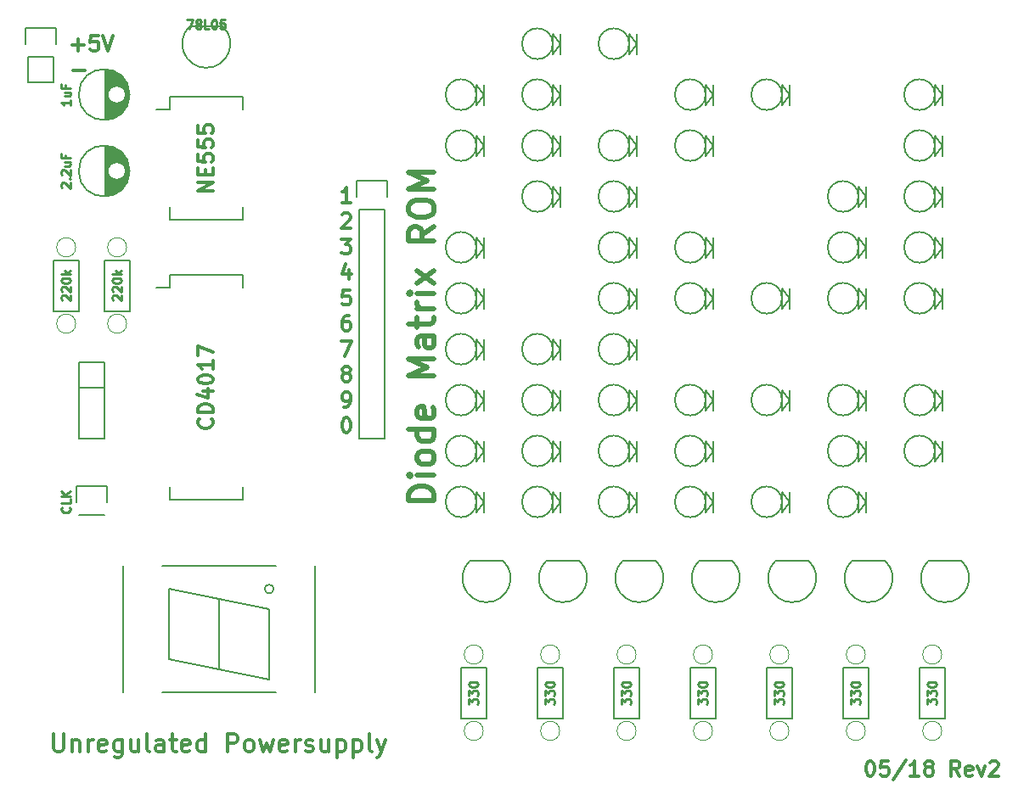
<source format=gbr>
G04 #@! TF.FileFunction,Legend,Top*
%FSLAX46Y46*%
G04 Gerber Fmt 4.6, Leading zero omitted, Abs format (unit mm)*
G04 Created by KiCad (PCBNEW 4.0.5+dfsg1-4) date Sun May 13 10:15:53 2018*
%MOMM*%
%LPD*%
G01*
G04 APERTURE LIST*
%ADD10C,0.100000*%
%ADD11C,0.222250*%
%ADD12C,0.300000*%
%ADD13C,0.508000*%
%ADD14C,0.150000*%
G04 APERTURE END LIST*
D10*
D11*
X73257833Y-103272167D02*
X73215500Y-103229833D01*
X73173167Y-103145167D01*
X73173167Y-102933500D01*
X73215500Y-102848833D01*
X73257833Y-102806500D01*
X73342500Y-102764167D01*
X73427167Y-102764167D01*
X73554167Y-102806500D01*
X74062167Y-103314500D01*
X74062167Y-102764167D01*
X73977500Y-102383166D02*
X74019833Y-102340833D01*
X74062167Y-102383166D01*
X74019833Y-102425500D01*
X73977500Y-102383166D01*
X74062167Y-102383166D01*
X73257833Y-102002167D02*
X73215500Y-101959833D01*
X73173167Y-101875167D01*
X73173167Y-101663500D01*
X73215500Y-101578833D01*
X73257833Y-101536500D01*
X73342500Y-101494167D01*
X73427167Y-101494167D01*
X73554167Y-101536500D01*
X74062167Y-102044500D01*
X74062167Y-101494167D01*
X73469500Y-100732166D02*
X74062167Y-100732166D01*
X73469500Y-101113166D02*
X73935167Y-101113166D01*
X74019833Y-101070833D01*
X74062167Y-100986166D01*
X74062167Y-100859166D01*
X74019833Y-100774500D01*
X73977500Y-100732166D01*
X73596500Y-100012500D02*
X73596500Y-100308833D01*
X74062167Y-100308833D02*
X73173167Y-100308833D01*
X73173167Y-99885500D01*
X74062167Y-94509167D02*
X74062167Y-95017167D01*
X74062167Y-94763167D02*
X73173167Y-94763167D01*
X73300167Y-94847833D01*
X73384833Y-94932500D01*
X73427167Y-95017167D01*
X73469500Y-93747166D02*
X74062167Y-93747166D01*
X73469500Y-94128166D02*
X73935167Y-94128166D01*
X74019833Y-94085833D01*
X74062167Y-94001166D01*
X74062167Y-93874166D01*
X74019833Y-93789500D01*
X73977500Y-93747166D01*
X73596500Y-93027500D02*
X73596500Y-93323833D01*
X74062167Y-93323833D02*
X73173167Y-93323833D01*
X73173167Y-92900500D01*
D12*
X153770001Y-160468571D02*
X153912858Y-160468571D01*
X154055715Y-160540000D01*
X154127144Y-160611429D01*
X154198573Y-160754286D01*
X154270001Y-161040000D01*
X154270001Y-161397143D01*
X154198573Y-161682857D01*
X154127144Y-161825714D01*
X154055715Y-161897143D01*
X153912858Y-161968571D01*
X153770001Y-161968571D01*
X153627144Y-161897143D01*
X153555715Y-161825714D01*
X153484287Y-161682857D01*
X153412858Y-161397143D01*
X153412858Y-161040000D01*
X153484287Y-160754286D01*
X153555715Y-160611429D01*
X153627144Y-160540000D01*
X153770001Y-160468571D01*
X155627144Y-160468571D02*
X154912858Y-160468571D01*
X154841429Y-161182857D01*
X154912858Y-161111429D01*
X155055715Y-161040000D01*
X155412858Y-161040000D01*
X155555715Y-161111429D01*
X155627144Y-161182857D01*
X155698572Y-161325714D01*
X155698572Y-161682857D01*
X155627144Y-161825714D01*
X155555715Y-161897143D01*
X155412858Y-161968571D01*
X155055715Y-161968571D01*
X154912858Y-161897143D01*
X154841429Y-161825714D01*
X157412857Y-160397143D02*
X156127143Y-162325714D01*
X158698572Y-161968571D02*
X157841429Y-161968571D01*
X158270001Y-161968571D02*
X158270001Y-160468571D01*
X158127144Y-160682857D01*
X157984286Y-160825714D01*
X157841429Y-160897143D01*
X159555715Y-161111429D02*
X159412857Y-161040000D01*
X159341429Y-160968571D01*
X159270000Y-160825714D01*
X159270000Y-160754286D01*
X159341429Y-160611429D01*
X159412857Y-160540000D01*
X159555715Y-160468571D01*
X159841429Y-160468571D01*
X159984286Y-160540000D01*
X160055715Y-160611429D01*
X160127143Y-160754286D01*
X160127143Y-160825714D01*
X160055715Y-160968571D01*
X159984286Y-161040000D01*
X159841429Y-161111429D01*
X159555715Y-161111429D01*
X159412857Y-161182857D01*
X159341429Y-161254286D01*
X159270000Y-161397143D01*
X159270000Y-161682857D01*
X159341429Y-161825714D01*
X159412857Y-161897143D01*
X159555715Y-161968571D01*
X159841429Y-161968571D01*
X159984286Y-161897143D01*
X160055715Y-161825714D01*
X160127143Y-161682857D01*
X160127143Y-161397143D01*
X160055715Y-161254286D01*
X159984286Y-161182857D01*
X159841429Y-161111429D01*
X162770000Y-161968571D02*
X162270000Y-161254286D01*
X161912857Y-161968571D02*
X161912857Y-160468571D01*
X162484285Y-160468571D01*
X162627143Y-160540000D01*
X162698571Y-160611429D01*
X162770000Y-160754286D01*
X162770000Y-160968571D01*
X162698571Y-161111429D01*
X162627143Y-161182857D01*
X162484285Y-161254286D01*
X161912857Y-161254286D01*
X163984285Y-161897143D02*
X163841428Y-161968571D01*
X163555714Y-161968571D01*
X163412857Y-161897143D01*
X163341428Y-161754286D01*
X163341428Y-161182857D01*
X163412857Y-161040000D01*
X163555714Y-160968571D01*
X163841428Y-160968571D01*
X163984285Y-161040000D01*
X164055714Y-161182857D01*
X164055714Y-161325714D01*
X163341428Y-161468571D01*
X164555714Y-160968571D02*
X164912857Y-161968571D01*
X165269999Y-160968571D01*
X165769999Y-160611429D02*
X165841428Y-160540000D01*
X165984285Y-160468571D01*
X166341428Y-160468571D01*
X166484285Y-160540000D01*
X166555714Y-160611429D01*
X166627142Y-160754286D01*
X166627142Y-160897143D01*
X166555714Y-161111429D01*
X165698571Y-161968571D01*
X166627142Y-161968571D01*
D13*
X110369048Y-134499047D02*
X107829048Y-134499047D01*
X107829048Y-133894285D01*
X107950000Y-133531428D01*
X108191905Y-133289523D01*
X108433810Y-133168571D01*
X108917619Y-133047619D01*
X109280476Y-133047619D01*
X109764286Y-133168571D01*
X110006190Y-133289523D01*
X110248095Y-133531428D01*
X110369048Y-133894285D01*
X110369048Y-134499047D01*
X110369048Y-131959047D02*
X108675714Y-131959047D01*
X107829048Y-131959047D02*
X107950000Y-132079999D01*
X108070952Y-131959047D01*
X107950000Y-131838095D01*
X107829048Y-131959047D01*
X108070952Y-131959047D01*
X110369048Y-130386666D02*
X110248095Y-130628571D01*
X110127143Y-130749523D01*
X109885238Y-130870475D01*
X109159524Y-130870475D01*
X108917619Y-130749523D01*
X108796667Y-130628571D01*
X108675714Y-130386666D01*
X108675714Y-130023809D01*
X108796667Y-129781904D01*
X108917619Y-129660952D01*
X109159524Y-129539999D01*
X109885238Y-129539999D01*
X110127143Y-129660952D01*
X110248095Y-129781904D01*
X110369048Y-130023809D01*
X110369048Y-130386666D01*
X110369048Y-127362857D02*
X107829048Y-127362857D01*
X110248095Y-127362857D02*
X110369048Y-127604761D01*
X110369048Y-128088571D01*
X110248095Y-128330476D01*
X110127143Y-128451428D01*
X109885238Y-128572380D01*
X109159524Y-128572380D01*
X108917619Y-128451428D01*
X108796667Y-128330476D01*
X108675714Y-128088571D01*
X108675714Y-127604761D01*
X108796667Y-127362857D01*
X110248095Y-125185714D02*
X110369048Y-125427619D01*
X110369048Y-125911428D01*
X110248095Y-126153333D01*
X110006190Y-126274285D01*
X109038571Y-126274285D01*
X108796667Y-126153333D01*
X108675714Y-125911428D01*
X108675714Y-125427619D01*
X108796667Y-125185714D01*
X109038571Y-125064762D01*
X109280476Y-125064762D01*
X109522381Y-126274285D01*
X110369048Y-122040952D02*
X107829048Y-122040952D01*
X109643333Y-121194285D01*
X107829048Y-120347619D01*
X110369048Y-120347619D01*
X110369048Y-118049524D02*
X109038571Y-118049524D01*
X108796667Y-118170476D01*
X108675714Y-118412381D01*
X108675714Y-118896190D01*
X108796667Y-119138095D01*
X110248095Y-118049524D02*
X110369048Y-118291428D01*
X110369048Y-118896190D01*
X110248095Y-119138095D01*
X110006190Y-119259047D01*
X109764286Y-119259047D01*
X109522381Y-119138095D01*
X109401429Y-118896190D01*
X109401429Y-118291428D01*
X109280476Y-118049524D01*
X108675714Y-117202857D02*
X108675714Y-116235238D01*
X107829048Y-116840000D02*
X110006190Y-116840000D01*
X110248095Y-116719048D01*
X110369048Y-116477143D01*
X110369048Y-116235238D01*
X110369048Y-115388571D02*
X108675714Y-115388571D01*
X109159524Y-115388571D02*
X108917619Y-115267619D01*
X108796667Y-115146666D01*
X108675714Y-114904762D01*
X108675714Y-114662857D01*
X110369048Y-113816190D02*
X108675714Y-113816190D01*
X107829048Y-113816190D02*
X107950000Y-113937142D01*
X108070952Y-113816190D01*
X107950000Y-113695238D01*
X107829048Y-113816190D01*
X108070952Y-113816190D01*
X110369048Y-112848571D02*
X108675714Y-111518095D01*
X108675714Y-112848571D02*
X110369048Y-111518095D01*
X110369048Y-107163810D02*
X109159524Y-108010476D01*
X110369048Y-108615238D02*
X107829048Y-108615238D01*
X107829048Y-107647619D01*
X107950000Y-107405714D01*
X108070952Y-107284762D01*
X108312857Y-107163810D01*
X108675714Y-107163810D01*
X108917619Y-107284762D01*
X109038571Y-107405714D01*
X109159524Y-107647619D01*
X109159524Y-108615238D01*
X107829048Y-105591429D02*
X107829048Y-105107619D01*
X107950000Y-104865714D01*
X108191905Y-104623810D01*
X108675714Y-104502857D01*
X109522381Y-104502857D01*
X110006190Y-104623810D01*
X110248095Y-104865714D01*
X110369048Y-105107619D01*
X110369048Y-105591429D01*
X110248095Y-105833333D01*
X110006190Y-106075238D01*
X109522381Y-106196190D01*
X108675714Y-106196190D01*
X108191905Y-106075238D01*
X107950000Y-105833333D01*
X107829048Y-105591429D01*
X110369048Y-103414286D02*
X107829048Y-103414286D01*
X109643333Y-102567619D01*
X107829048Y-101720953D01*
X110369048Y-101720953D01*
D12*
X72432331Y-157776333D02*
X72432331Y-159215667D01*
X72516998Y-159385000D01*
X72601665Y-159469667D01*
X72770998Y-159554333D01*
X73109665Y-159554333D01*
X73278998Y-159469667D01*
X73363665Y-159385000D01*
X73448331Y-159215667D01*
X73448331Y-157776333D01*
X74294998Y-158369000D02*
X74294998Y-159554333D01*
X74294998Y-158538333D02*
X74379665Y-158453667D01*
X74548998Y-158369000D01*
X74802998Y-158369000D01*
X74972332Y-158453667D01*
X75056998Y-158623000D01*
X75056998Y-159554333D01*
X75903665Y-159554333D02*
X75903665Y-158369000D01*
X75903665Y-158707667D02*
X75988332Y-158538333D01*
X76072999Y-158453667D01*
X76242332Y-158369000D01*
X76411665Y-158369000D01*
X77681666Y-159469667D02*
X77512332Y-159554333D01*
X77173666Y-159554333D01*
X77004332Y-159469667D01*
X76919666Y-159300333D01*
X76919666Y-158623000D01*
X77004332Y-158453667D01*
X77173666Y-158369000D01*
X77512332Y-158369000D01*
X77681666Y-158453667D01*
X77766332Y-158623000D01*
X77766332Y-158792333D01*
X76919666Y-158961667D01*
X79290332Y-158369000D02*
X79290332Y-159808333D01*
X79205666Y-159977667D01*
X79120999Y-160062333D01*
X78951666Y-160147000D01*
X78697666Y-160147000D01*
X78528332Y-160062333D01*
X79290332Y-159469667D02*
X79120999Y-159554333D01*
X78782332Y-159554333D01*
X78612999Y-159469667D01*
X78528332Y-159385000D01*
X78443666Y-159215667D01*
X78443666Y-158707667D01*
X78528332Y-158538333D01*
X78612999Y-158453667D01*
X78782332Y-158369000D01*
X79120999Y-158369000D01*
X79290332Y-158453667D01*
X80898999Y-158369000D02*
X80898999Y-159554333D01*
X80136999Y-158369000D02*
X80136999Y-159300333D01*
X80221666Y-159469667D01*
X80390999Y-159554333D01*
X80644999Y-159554333D01*
X80814333Y-159469667D01*
X80898999Y-159385000D01*
X81999666Y-159554333D02*
X81830333Y-159469667D01*
X81745666Y-159300333D01*
X81745666Y-157776333D01*
X83438999Y-159554333D02*
X83438999Y-158623000D01*
X83354333Y-158453667D01*
X83184999Y-158369000D01*
X82846333Y-158369000D01*
X82676999Y-158453667D01*
X83438999Y-159469667D02*
X83269666Y-159554333D01*
X82846333Y-159554333D01*
X82676999Y-159469667D01*
X82592333Y-159300333D01*
X82592333Y-159131000D01*
X82676999Y-158961667D01*
X82846333Y-158877000D01*
X83269666Y-158877000D01*
X83438999Y-158792333D01*
X84031666Y-158369000D02*
X84709000Y-158369000D01*
X84285666Y-157776333D02*
X84285666Y-159300333D01*
X84370333Y-159469667D01*
X84539666Y-159554333D01*
X84709000Y-159554333D01*
X85979000Y-159469667D02*
X85809666Y-159554333D01*
X85471000Y-159554333D01*
X85301666Y-159469667D01*
X85217000Y-159300333D01*
X85217000Y-158623000D01*
X85301666Y-158453667D01*
X85471000Y-158369000D01*
X85809666Y-158369000D01*
X85979000Y-158453667D01*
X86063666Y-158623000D01*
X86063666Y-158792333D01*
X85217000Y-158961667D01*
X87587666Y-159554333D02*
X87587666Y-157776333D01*
X87587666Y-159469667D02*
X87418333Y-159554333D01*
X87079666Y-159554333D01*
X86910333Y-159469667D01*
X86825666Y-159385000D01*
X86741000Y-159215667D01*
X86741000Y-158707667D01*
X86825666Y-158538333D01*
X86910333Y-158453667D01*
X87079666Y-158369000D01*
X87418333Y-158369000D01*
X87587666Y-158453667D01*
X89789000Y-159554333D02*
X89789000Y-157776333D01*
X90466334Y-157776333D01*
X90635667Y-157861000D01*
X90720334Y-157945667D01*
X90805000Y-158115000D01*
X90805000Y-158369000D01*
X90720334Y-158538333D01*
X90635667Y-158623000D01*
X90466334Y-158707667D01*
X89789000Y-158707667D01*
X91821000Y-159554333D02*
X91651667Y-159469667D01*
X91567000Y-159385000D01*
X91482334Y-159215667D01*
X91482334Y-158707667D01*
X91567000Y-158538333D01*
X91651667Y-158453667D01*
X91821000Y-158369000D01*
X92075000Y-158369000D01*
X92244334Y-158453667D01*
X92329000Y-158538333D01*
X92413667Y-158707667D01*
X92413667Y-159215667D01*
X92329000Y-159385000D01*
X92244334Y-159469667D01*
X92075000Y-159554333D01*
X91821000Y-159554333D01*
X93006334Y-158369000D02*
X93345001Y-159554333D01*
X93683667Y-158707667D01*
X94022334Y-159554333D01*
X94361001Y-158369000D01*
X95715668Y-159469667D02*
X95546334Y-159554333D01*
X95207668Y-159554333D01*
X95038334Y-159469667D01*
X94953668Y-159300333D01*
X94953668Y-158623000D01*
X95038334Y-158453667D01*
X95207668Y-158369000D01*
X95546334Y-158369000D01*
X95715668Y-158453667D01*
X95800334Y-158623000D01*
X95800334Y-158792333D01*
X94953668Y-158961667D01*
X96562334Y-159554333D02*
X96562334Y-158369000D01*
X96562334Y-158707667D02*
X96647001Y-158538333D01*
X96731668Y-158453667D01*
X96901001Y-158369000D01*
X97070334Y-158369000D01*
X97578335Y-159469667D02*
X97747668Y-159554333D01*
X98086335Y-159554333D01*
X98255668Y-159469667D01*
X98340335Y-159300333D01*
X98340335Y-159215667D01*
X98255668Y-159046333D01*
X98086335Y-158961667D01*
X97832335Y-158961667D01*
X97663001Y-158877000D01*
X97578335Y-158707667D01*
X97578335Y-158623000D01*
X97663001Y-158453667D01*
X97832335Y-158369000D01*
X98086335Y-158369000D01*
X98255668Y-158453667D01*
X99864334Y-158369000D02*
X99864334Y-159554333D01*
X99102334Y-158369000D02*
X99102334Y-159300333D01*
X99187001Y-159469667D01*
X99356334Y-159554333D01*
X99610334Y-159554333D01*
X99779668Y-159469667D01*
X99864334Y-159385000D01*
X100711001Y-158369000D02*
X100711001Y-160147000D01*
X100711001Y-158453667D02*
X100880335Y-158369000D01*
X101219001Y-158369000D01*
X101388335Y-158453667D01*
X101473001Y-158538333D01*
X101557668Y-158707667D01*
X101557668Y-159215667D01*
X101473001Y-159385000D01*
X101388335Y-159469667D01*
X101219001Y-159554333D01*
X100880335Y-159554333D01*
X100711001Y-159469667D01*
X102319668Y-158369000D02*
X102319668Y-160147000D01*
X102319668Y-158453667D02*
X102489002Y-158369000D01*
X102827668Y-158369000D01*
X102997002Y-158453667D01*
X103081668Y-158538333D01*
X103166335Y-158707667D01*
X103166335Y-159215667D01*
X103081668Y-159385000D01*
X102997002Y-159469667D01*
X102827668Y-159554333D01*
X102489002Y-159554333D01*
X102319668Y-159469667D01*
X104182335Y-159554333D02*
X104013002Y-159469667D01*
X103928335Y-159300333D01*
X103928335Y-157776333D01*
X104690335Y-158369000D02*
X105113668Y-159554333D01*
X105537002Y-158369000D02*
X105113668Y-159554333D01*
X104944335Y-159977667D01*
X104859668Y-160062333D01*
X104690335Y-160147000D01*
X102028572Y-104773571D02*
X101171429Y-104773571D01*
X101600001Y-104773571D02*
X101600001Y-103273571D01*
X101457144Y-103487857D01*
X101314286Y-103630714D01*
X101171429Y-103702143D01*
X101171429Y-105966429D02*
X101242858Y-105895000D01*
X101385715Y-105823571D01*
X101742858Y-105823571D01*
X101885715Y-105895000D01*
X101957144Y-105966429D01*
X102028572Y-106109286D01*
X102028572Y-106252143D01*
X101957144Y-106466429D01*
X101100001Y-107323571D01*
X102028572Y-107323571D01*
X101100001Y-108373571D02*
X102028572Y-108373571D01*
X101528572Y-108945000D01*
X101742858Y-108945000D01*
X101885715Y-109016429D01*
X101957144Y-109087857D01*
X102028572Y-109230714D01*
X102028572Y-109587857D01*
X101957144Y-109730714D01*
X101885715Y-109802143D01*
X101742858Y-109873571D01*
X101314286Y-109873571D01*
X101171429Y-109802143D01*
X101100001Y-109730714D01*
X101885715Y-111423571D02*
X101885715Y-112423571D01*
X101528572Y-110852143D02*
X101171429Y-111923571D01*
X102100001Y-111923571D01*
X101957144Y-113473571D02*
X101242858Y-113473571D01*
X101171429Y-114187857D01*
X101242858Y-114116429D01*
X101385715Y-114045000D01*
X101742858Y-114045000D01*
X101885715Y-114116429D01*
X101957144Y-114187857D01*
X102028572Y-114330714D01*
X102028572Y-114687857D01*
X101957144Y-114830714D01*
X101885715Y-114902143D01*
X101742858Y-114973571D01*
X101385715Y-114973571D01*
X101242858Y-114902143D01*
X101171429Y-114830714D01*
X101885715Y-116023571D02*
X101600001Y-116023571D01*
X101457144Y-116095000D01*
X101385715Y-116166429D01*
X101242858Y-116380714D01*
X101171429Y-116666429D01*
X101171429Y-117237857D01*
X101242858Y-117380714D01*
X101314286Y-117452143D01*
X101457144Y-117523571D01*
X101742858Y-117523571D01*
X101885715Y-117452143D01*
X101957144Y-117380714D01*
X102028572Y-117237857D01*
X102028572Y-116880714D01*
X101957144Y-116737857D01*
X101885715Y-116666429D01*
X101742858Y-116595000D01*
X101457144Y-116595000D01*
X101314286Y-116666429D01*
X101242858Y-116737857D01*
X101171429Y-116880714D01*
X101100001Y-118573571D02*
X102100001Y-118573571D01*
X101457144Y-120073571D01*
X101457144Y-121766429D02*
X101314286Y-121695000D01*
X101242858Y-121623571D01*
X101171429Y-121480714D01*
X101171429Y-121409286D01*
X101242858Y-121266429D01*
X101314286Y-121195000D01*
X101457144Y-121123571D01*
X101742858Y-121123571D01*
X101885715Y-121195000D01*
X101957144Y-121266429D01*
X102028572Y-121409286D01*
X102028572Y-121480714D01*
X101957144Y-121623571D01*
X101885715Y-121695000D01*
X101742858Y-121766429D01*
X101457144Y-121766429D01*
X101314286Y-121837857D01*
X101242858Y-121909286D01*
X101171429Y-122052143D01*
X101171429Y-122337857D01*
X101242858Y-122480714D01*
X101314286Y-122552143D01*
X101457144Y-122623571D01*
X101742858Y-122623571D01*
X101885715Y-122552143D01*
X101957144Y-122480714D01*
X102028572Y-122337857D01*
X102028572Y-122052143D01*
X101957144Y-121909286D01*
X101885715Y-121837857D01*
X101742858Y-121766429D01*
X101314286Y-125173571D02*
X101600001Y-125173571D01*
X101742858Y-125102143D01*
X101814286Y-125030714D01*
X101957144Y-124816429D01*
X102028572Y-124530714D01*
X102028572Y-123959286D01*
X101957144Y-123816429D01*
X101885715Y-123745000D01*
X101742858Y-123673571D01*
X101457144Y-123673571D01*
X101314286Y-123745000D01*
X101242858Y-123816429D01*
X101171429Y-123959286D01*
X101171429Y-124316429D01*
X101242858Y-124459286D01*
X101314286Y-124530714D01*
X101457144Y-124602143D01*
X101742858Y-124602143D01*
X101885715Y-124530714D01*
X101957144Y-124459286D01*
X102028572Y-124316429D01*
X101528572Y-126223571D02*
X101671429Y-126223571D01*
X101814286Y-126295000D01*
X101885715Y-126366429D01*
X101957144Y-126509286D01*
X102028572Y-126795000D01*
X102028572Y-127152143D01*
X101957144Y-127437857D01*
X101885715Y-127580714D01*
X101814286Y-127652143D01*
X101671429Y-127723571D01*
X101528572Y-127723571D01*
X101385715Y-127652143D01*
X101314286Y-127580714D01*
X101242858Y-127437857D01*
X101171429Y-127152143D01*
X101171429Y-126795000D01*
X101242858Y-126509286D01*
X101314286Y-126366429D01*
X101385715Y-126295000D01*
X101528572Y-126223571D01*
D11*
X159533167Y-154813000D02*
X159533167Y-154262667D01*
X159871833Y-154559000D01*
X159871833Y-154432000D01*
X159914167Y-154347333D01*
X159956500Y-154305000D01*
X160041167Y-154262667D01*
X160252833Y-154262667D01*
X160337500Y-154305000D01*
X160379833Y-154347333D01*
X160422167Y-154432000D01*
X160422167Y-154686000D01*
X160379833Y-154770667D01*
X160337500Y-154813000D01*
X159533167Y-153966333D02*
X159533167Y-153416000D01*
X159871833Y-153712333D01*
X159871833Y-153585333D01*
X159914167Y-153500666D01*
X159956500Y-153458333D01*
X160041167Y-153416000D01*
X160252833Y-153416000D01*
X160337500Y-153458333D01*
X160379833Y-153500666D01*
X160422167Y-153585333D01*
X160422167Y-153839333D01*
X160379833Y-153924000D01*
X160337500Y-153966333D01*
X159533167Y-152865666D02*
X159533167Y-152780999D01*
X159575500Y-152696333D01*
X159617833Y-152653999D01*
X159702500Y-152611666D01*
X159871833Y-152569333D01*
X160083500Y-152569333D01*
X160252833Y-152611666D01*
X160337500Y-152653999D01*
X160379833Y-152696333D01*
X160422167Y-152780999D01*
X160422167Y-152865666D01*
X160379833Y-152950333D01*
X160337500Y-152992666D01*
X160252833Y-153034999D01*
X160083500Y-153077333D01*
X159871833Y-153077333D01*
X159702500Y-153034999D01*
X159617833Y-152992666D01*
X159575500Y-152950333D01*
X159533167Y-152865666D01*
X151913167Y-154813000D02*
X151913167Y-154262667D01*
X152251833Y-154559000D01*
X152251833Y-154432000D01*
X152294167Y-154347333D01*
X152336500Y-154305000D01*
X152421167Y-154262667D01*
X152632833Y-154262667D01*
X152717500Y-154305000D01*
X152759833Y-154347333D01*
X152802167Y-154432000D01*
X152802167Y-154686000D01*
X152759833Y-154770667D01*
X152717500Y-154813000D01*
X151913167Y-153966333D02*
X151913167Y-153416000D01*
X152251833Y-153712333D01*
X152251833Y-153585333D01*
X152294167Y-153500666D01*
X152336500Y-153458333D01*
X152421167Y-153416000D01*
X152632833Y-153416000D01*
X152717500Y-153458333D01*
X152759833Y-153500666D01*
X152802167Y-153585333D01*
X152802167Y-153839333D01*
X152759833Y-153924000D01*
X152717500Y-153966333D01*
X151913167Y-152865666D02*
X151913167Y-152780999D01*
X151955500Y-152696333D01*
X151997833Y-152653999D01*
X152082500Y-152611666D01*
X152251833Y-152569333D01*
X152463500Y-152569333D01*
X152632833Y-152611666D01*
X152717500Y-152653999D01*
X152759833Y-152696333D01*
X152802167Y-152780999D01*
X152802167Y-152865666D01*
X152759833Y-152950333D01*
X152717500Y-152992666D01*
X152632833Y-153034999D01*
X152463500Y-153077333D01*
X152251833Y-153077333D01*
X152082500Y-153034999D01*
X151997833Y-152992666D01*
X151955500Y-152950333D01*
X151913167Y-152865666D01*
X144293167Y-154813000D02*
X144293167Y-154262667D01*
X144631833Y-154559000D01*
X144631833Y-154432000D01*
X144674167Y-154347333D01*
X144716500Y-154305000D01*
X144801167Y-154262667D01*
X145012833Y-154262667D01*
X145097500Y-154305000D01*
X145139833Y-154347333D01*
X145182167Y-154432000D01*
X145182167Y-154686000D01*
X145139833Y-154770667D01*
X145097500Y-154813000D01*
X144293167Y-153966333D02*
X144293167Y-153416000D01*
X144631833Y-153712333D01*
X144631833Y-153585333D01*
X144674167Y-153500666D01*
X144716500Y-153458333D01*
X144801167Y-153416000D01*
X145012833Y-153416000D01*
X145097500Y-153458333D01*
X145139833Y-153500666D01*
X145182167Y-153585333D01*
X145182167Y-153839333D01*
X145139833Y-153924000D01*
X145097500Y-153966333D01*
X144293167Y-152865666D02*
X144293167Y-152780999D01*
X144335500Y-152696333D01*
X144377833Y-152653999D01*
X144462500Y-152611666D01*
X144631833Y-152569333D01*
X144843500Y-152569333D01*
X145012833Y-152611666D01*
X145097500Y-152653999D01*
X145139833Y-152696333D01*
X145182167Y-152780999D01*
X145182167Y-152865666D01*
X145139833Y-152950333D01*
X145097500Y-152992666D01*
X145012833Y-153034999D01*
X144843500Y-153077333D01*
X144631833Y-153077333D01*
X144462500Y-153034999D01*
X144377833Y-152992666D01*
X144335500Y-152950333D01*
X144293167Y-152865666D01*
X136673167Y-154813000D02*
X136673167Y-154262667D01*
X137011833Y-154559000D01*
X137011833Y-154432000D01*
X137054167Y-154347333D01*
X137096500Y-154305000D01*
X137181167Y-154262667D01*
X137392833Y-154262667D01*
X137477500Y-154305000D01*
X137519833Y-154347333D01*
X137562167Y-154432000D01*
X137562167Y-154686000D01*
X137519833Y-154770667D01*
X137477500Y-154813000D01*
X136673167Y-153966333D02*
X136673167Y-153416000D01*
X137011833Y-153712333D01*
X137011833Y-153585333D01*
X137054167Y-153500666D01*
X137096500Y-153458333D01*
X137181167Y-153416000D01*
X137392833Y-153416000D01*
X137477500Y-153458333D01*
X137519833Y-153500666D01*
X137562167Y-153585333D01*
X137562167Y-153839333D01*
X137519833Y-153924000D01*
X137477500Y-153966333D01*
X136673167Y-152865666D02*
X136673167Y-152780999D01*
X136715500Y-152696333D01*
X136757833Y-152653999D01*
X136842500Y-152611666D01*
X137011833Y-152569333D01*
X137223500Y-152569333D01*
X137392833Y-152611666D01*
X137477500Y-152653999D01*
X137519833Y-152696333D01*
X137562167Y-152780999D01*
X137562167Y-152865666D01*
X137519833Y-152950333D01*
X137477500Y-152992666D01*
X137392833Y-153034999D01*
X137223500Y-153077333D01*
X137011833Y-153077333D01*
X136842500Y-153034999D01*
X136757833Y-152992666D01*
X136715500Y-152950333D01*
X136673167Y-152865666D01*
X129053167Y-154813000D02*
X129053167Y-154262667D01*
X129391833Y-154559000D01*
X129391833Y-154432000D01*
X129434167Y-154347333D01*
X129476500Y-154305000D01*
X129561167Y-154262667D01*
X129772833Y-154262667D01*
X129857500Y-154305000D01*
X129899833Y-154347333D01*
X129942167Y-154432000D01*
X129942167Y-154686000D01*
X129899833Y-154770667D01*
X129857500Y-154813000D01*
X129053167Y-153966333D02*
X129053167Y-153416000D01*
X129391833Y-153712333D01*
X129391833Y-153585333D01*
X129434167Y-153500666D01*
X129476500Y-153458333D01*
X129561167Y-153416000D01*
X129772833Y-153416000D01*
X129857500Y-153458333D01*
X129899833Y-153500666D01*
X129942167Y-153585333D01*
X129942167Y-153839333D01*
X129899833Y-153924000D01*
X129857500Y-153966333D01*
X129053167Y-152865666D02*
X129053167Y-152780999D01*
X129095500Y-152696333D01*
X129137833Y-152653999D01*
X129222500Y-152611666D01*
X129391833Y-152569333D01*
X129603500Y-152569333D01*
X129772833Y-152611666D01*
X129857500Y-152653999D01*
X129899833Y-152696333D01*
X129942167Y-152780999D01*
X129942167Y-152865666D01*
X129899833Y-152950333D01*
X129857500Y-152992666D01*
X129772833Y-153034999D01*
X129603500Y-153077333D01*
X129391833Y-153077333D01*
X129222500Y-153034999D01*
X129137833Y-152992666D01*
X129095500Y-152950333D01*
X129053167Y-152865666D01*
X73257833Y-114490501D02*
X73215500Y-114448167D01*
X73173167Y-114363501D01*
X73173167Y-114151834D01*
X73215500Y-114067167D01*
X73257833Y-114024834D01*
X73342500Y-113982501D01*
X73427167Y-113982501D01*
X73554167Y-114024834D01*
X74062167Y-114532834D01*
X74062167Y-113982501D01*
X73257833Y-113643834D02*
X73215500Y-113601500D01*
X73173167Y-113516834D01*
X73173167Y-113305167D01*
X73215500Y-113220500D01*
X73257833Y-113178167D01*
X73342500Y-113135834D01*
X73427167Y-113135834D01*
X73554167Y-113178167D01*
X74062167Y-113686167D01*
X74062167Y-113135834D01*
X73173167Y-112585500D02*
X73173167Y-112500833D01*
X73215500Y-112416167D01*
X73257833Y-112373833D01*
X73342500Y-112331500D01*
X73511833Y-112289167D01*
X73723500Y-112289167D01*
X73892833Y-112331500D01*
X73977500Y-112373833D01*
X74019833Y-112416167D01*
X74062167Y-112500833D01*
X74062167Y-112585500D01*
X74019833Y-112670167D01*
X73977500Y-112712500D01*
X73892833Y-112754833D01*
X73723500Y-112797167D01*
X73511833Y-112797167D01*
X73342500Y-112754833D01*
X73257833Y-112712500D01*
X73215500Y-112670167D01*
X73173167Y-112585500D01*
X74062167Y-111908166D02*
X73173167Y-111908166D01*
X73723500Y-111823500D02*
X74062167Y-111569500D01*
X73469500Y-111569500D02*
X73808167Y-111908166D01*
X78337833Y-114490501D02*
X78295500Y-114448167D01*
X78253167Y-114363501D01*
X78253167Y-114151834D01*
X78295500Y-114067167D01*
X78337833Y-114024834D01*
X78422500Y-113982501D01*
X78507167Y-113982501D01*
X78634167Y-114024834D01*
X79142167Y-114532834D01*
X79142167Y-113982501D01*
X78337833Y-113643834D02*
X78295500Y-113601500D01*
X78253167Y-113516834D01*
X78253167Y-113305167D01*
X78295500Y-113220500D01*
X78337833Y-113178167D01*
X78422500Y-113135834D01*
X78507167Y-113135834D01*
X78634167Y-113178167D01*
X79142167Y-113686167D01*
X79142167Y-113135834D01*
X78253167Y-112585500D02*
X78253167Y-112500833D01*
X78295500Y-112416167D01*
X78337833Y-112373833D01*
X78422500Y-112331500D01*
X78591833Y-112289167D01*
X78803500Y-112289167D01*
X78972833Y-112331500D01*
X79057500Y-112373833D01*
X79099833Y-112416167D01*
X79142167Y-112500833D01*
X79142167Y-112585500D01*
X79099833Y-112670167D01*
X79057500Y-112712500D01*
X78972833Y-112754833D01*
X78803500Y-112797167D01*
X78591833Y-112797167D01*
X78422500Y-112754833D01*
X78337833Y-112712500D01*
X78295500Y-112670167D01*
X78253167Y-112585500D01*
X79142167Y-111908166D02*
X78253167Y-111908166D01*
X78803500Y-111823500D02*
X79142167Y-111569500D01*
X78549500Y-111569500D02*
X78888167Y-111908166D01*
X121433167Y-154813000D02*
X121433167Y-154262667D01*
X121771833Y-154559000D01*
X121771833Y-154432000D01*
X121814167Y-154347333D01*
X121856500Y-154305000D01*
X121941167Y-154262667D01*
X122152833Y-154262667D01*
X122237500Y-154305000D01*
X122279833Y-154347333D01*
X122322167Y-154432000D01*
X122322167Y-154686000D01*
X122279833Y-154770667D01*
X122237500Y-154813000D01*
X121433167Y-153966333D02*
X121433167Y-153416000D01*
X121771833Y-153712333D01*
X121771833Y-153585333D01*
X121814167Y-153500666D01*
X121856500Y-153458333D01*
X121941167Y-153416000D01*
X122152833Y-153416000D01*
X122237500Y-153458333D01*
X122279833Y-153500666D01*
X122322167Y-153585333D01*
X122322167Y-153839333D01*
X122279833Y-153924000D01*
X122237500Y-153966333D01*
X121433167Y-152865666D02*
X121433167Y-152780999D01*
X121475500Y-152696333D01*
X121517833Y-152653999D01*
X121602500Y-152611666D01*
X121771833Y-152569333D01*
X121983500Y-152569333D01*
X122152833Y-152611666D01*
X122237500Y-152653999D01*
X122279833Y-152696333D01*
X122322167Y-152780999D01*
X122322167Y-152865666D01*
X122279833Y-152950333D01*
X122237500Y-152992666D01*
X122152833Y-153034999D01*
X121983500Y-153077333D01*
X121771833Y-153077333D01*
X121602500Y-153034999D01*
X121517833Y-152992666D01*
X121475500Y-152950333D01*
X121433167Y-152865666D01*
X113813167Y-154813000D02*
X113813167Y-154262667D01*
X114151833Y-154559000D01*
X114151833Y-154432000D01*
X114194167Y-154347333D01*
X114236500Y-154305000D01*
X114321167Y-154262667D01*
X114532833Y-154262667D01*
X114617500Y-154305000D01*
X114659833Y-154347333D01*
X114702167Y-154432000D01*
X114702167Y-154686000D01*
X114659833Y-154770667D01*
X114617500Y-154813000D01*
X113813167Y-153966333D02*
X113813167Y-153416000D01*
X114151833Y-153712333D01*
X114151833Y-153585333D01*
X114194167Y-153500666D01*
X114236500Y-153458333D01*
X114321167Y-153416000D01*
X114532833Y-153416000D01*
X114617500Y-153458333D01*
X114659833Y-153500666D01*
X114702167Y-153585333D01*
X114702167Y-153839333D01*
X114659833Y-153924000D01*
X114617500Y-153966333D01*
X113813167Y-152865666D02*
X113813167Y-152780999D01*
X113855500Y-152696333D01*
X113897833Y-152653999D01*
X113982500Y-152611666D01*
X114151833Y-152569333D01*
X114363500Y-152569333D01*
X114532833Y-152611666D01*
X114617500Y-152653999D01*
X114659833Y-152696333D01*
X114702167Y-152780999D01*
X114702167Y-152865666D01*
X114659833Y-152950333D01*
X114617500Y-152992666D01*
X114532833Y-153034999D01*
X114363500Y-153077333D01*
X114151833Y-153077333D01*
X113982500Y-153034999D01*
X113897833Y-152992666D01*
X113855500Y-152950333D01*
X113813167Y-152865666D01*
X73977500Y-135149166D02*
X74019833Y-135191500D01*
X74062167Y-135318500D01*
X74062167Y-135403166D01*
X74019833Y-135530166D01*
X73935167Y-135614833D01*
X73850500Y-135657166D01*
X73681167Y-135699500D01*
X73554167Y-135699500D01*
X73384833Y-135657166D01*
X73300167Y-135614833D01*
X73215500Y-135530166D01*
X73173167Y-135403166D01*
X73173167Y-135318500D01*
X73215500Y-135191500D01*
X73257833Y-135149166D01*
X74062167Y-134344833D02*
X74062167Y-134768166D01*
X73173167Y-134768166D01*
X74062167Y-134048499D02*
X73173167Y-134048499D01*
X74062167Y-133540499D02*
X73554167Y-133921499D01*
X73173167Y-133540499D02*
X73681167Y-134048499D01*
D12*
X88165714Y-126332856D02*
X88237143Y-126404285D01*
X88308571Y-126618571D01*
X88308571Y-126761428D01*
X88237143Y-126975713D01*
X88094286Y-127118571D01*
X87951429Y-127189999D01*
X87665714Y-127261428D01*
X87451429Y-127261428D01*
X87165714Y-127189999D01*
X87022857Y-127118571D01*
X86880000Y-126975713D01*
X86808571Y-126761428D01*
X86808571Y-126618571D01*
X86880000Y-126404285D01*
X86951429Y-126332856D01*
X88308571Y-125689999D02*
X86808571Y-125689999D01*
X86808571Y-125332856D01*
X86880000Y-125118571D01*
X87022857Y-124975713D01*
X87165714Y-124904285D01*
X87451429Y-124832856D01*
X87665714Y-124832856D01*
X87951429Y-124904285D01*
X88094286Y-124975713D01*
X88237143Y-125118571D01*
X88308571Y-125332856D01*
X88308571Y-125689999D01*
X87308571Y-123547142D02*
X88308571Y-123547142D01*
X86737143Y-123904285D02*
X87808571Y-124261428D01*
X87808571Y-123332856D01*
X86808571Y-122475714D02*
X86808571Y-122332857D01*
X86880000Y-122190000D01*
X86951429Y-122118571D01*
X87094286Y-122047142D01*
X87380000Y-121975714D01*
X87737143Y-121975714D01*
X88022857Y-122047142D01*
X88165714Y-122118571D01*
X88237143Y-122190000D01*
X88308571Y-122332857D01*
X88308571Y-122475714D01*
X88237143Y-122618571D01*
X88165714Y-122690000D01*
X88022857Y-122761428D01*
X87737143Y-122832857D01*
X87380000Y-122832857D01*
X87094286Y-122761428D01*
X86951429Y-122690000D01*
X86880000Y-122618571D01*
X86808571Y-122475714D01*
X88308571Y-120547143D02*
X88308571Y-121404286D01*
X88308571Y-120975714D02*
X86808571Y-120975714D01*
X87022857Y-121118571D01*
X87165714Y-121261429D01*
X87237143Y-121404286D01*
X86808571Y-120047143D02*
X86808571Y-119047143D01*
X88308571Y-119690000D01*
X88308571Y-103579999D02*
X86808571Y-103579999D01*
X88308571Y-102722856D01*
X86808571Y-102722856D01*
X87522857Y-102008570D02*
X87522857Y-101508570D01*
X88308571Y-101294284D02*
X88308571Y-102008570D01*
X86808571Y-102008570D01*
X86808571Y-101294284D01*
X86808571Y-99937141D02*
X86808571Y-100651427D01*
X87522857Y-100722856D01*
X87451429Y-100651427D01*
X87380000Y-100508570D01*
X87380000Y-100151427D01*
X87451429Y-100008570D01*
X87522857Y-99937141D01*
X87665714Y-99865713D01*
X88022857Y-99865713D01*
X88165714Y-99937141D01*
X88237143Y-100008570D01*
X88308571Y-100151427D01*
X88308571Y-100508570D01*
X88237143Y-100651427D01*
X88165714Y-100722856D01*
X86808571Y-98508570D02*
X86808571Y-99222856D01*
X87522857Y-99294285D01*
X87451429Y-99222856D01*
X87380000Y-99079999D01*
X87380000Y-98722856D01*
X87451429Y-98579999D01*
X87522857Y-98508570D01*
X87665714Y-98437142D01*
X88022857Y-98437142D01*
X88165714Y-98508570D01*
X88237143Y-98579999D01*
X88308571Y-98722856D01*
X88308571Y-99079999D01*
X88237143Y-99222856D01*
X88165714Y-99294285D01*
X86808571Y-97079999D02*
X86808571Y-97794285D01*
X87522857Y-97865714D01*
X87451429Y-97794285D01*
X87380000Y-97651428D01*
X87380000Y-97294285D01*
X87451429Y-97151428D01*
X87522857Y-97079999D01*
X87665714Y-97008571D01*
X88022857Y-97008571D01*
X88165714Y-97079999D01*
X88237143Y-97151428D01*
X88308571Y-97294285D01*
X88308571Y-97651428D01*
X88237143Y-97794285D01*
X88165714Y-97865714D01*
D11*
X85703833Y-86508167D02*
X86296500Y-86508167D01*
X85915500Y-87397167D01*
X86762167Y-86889167D02*
X86677500Y-86846833D01*
X86635167Y-86804500D01*
X86592833Y-86719833D01*
X86592833Y-86677500D01*
X86635167Y-86592833D01*
X86677500Y-86550500D01*
X86762167Y-86508167D01*
X86931500Y-86508167D01*
X87016167Y-86550500D01*
X87058500Y-86592833D01*
X87100833Y-86677500D01*
X87100833Y-86719833D01*
X87058500Y-86804500D01*
X87016167Y-86846833D01*
X86931500Y-86889167D01*
X86762167Y-86889167D01*
X86677500Y-86931500D01*
X86635167Y-86973833D01*
X86592833Y-87058500D01*
X86592833Y-87227833D01*
X86635167Y-87312500D01*
X86677500Y-87354833D01*
X86762167Y-87397167D01*
X86931500Y-87397167D01*
X87016167Y-87354833D01*
X87058500Y-87312500D01*
X87100833Y-87227833D01*
X87100833Y-87058500D01*
X87058500Y-86973833D01*
X87016167Y-86931500D01*
X86931500Y-86889167D01*
X87905167Y-87397167D02*
X87481834Y-87397167D01*
X87481834Y-86508167D01*
X88370834Y-86508167D02*
X88455501Y-86508167D01*
X88540167Y-86550500D01*
X88582501Y-86592833D01*
X88624834Y-86677500D01*
X88667167Y-86846833D01*
X88667167Y-87058500D01*
X88624834Y-87227833D01*
X88582501Y-87312500D01*
X88540167Y-87354833D01*
X88455501Y-87397167D01*
X88370834Y-87397167D01*
X88286167Y-87354833D01*
X88243834Y-87312500D01*
X88201501Y-87227833D01*
X88159167Y-87058500D01*
X88159167Y-86846833D01*
X88201501Y-86677500D01*
X88243834Y-86592833D01*
X88286167Y-86550500D01*
X88370834Y-86508167D01*
X89471501Y-86508167D02*
X89048168Y-86508167D01*
X89005834Y-86931500D01*
X89048168Y-86889167D01*
X89132834Y-86846833D01*
X89344501Y-86846833D01*
X89429168Y-86889167D01*
X89471501Y-86931500D01*
X89513834Y-87016167D01*
X89513834Y-87227833D01*
X89471501Y-87312500D01*
X89429168Y-87354833D01*
X89344501Y-87397167D01*
X89132834Y-87397167D01*
X89048168Y-87354833D01*
X89005834Y-87312500D01*
D12*
X74358572Y-91547143D02*
X75501429Y-91547143D01*
X74271429Y-89007143D02*
X75414286Y-89007143D01*
X74842857Y-89578571D02*
X74842857Y-88435714D01*
X76842858Y-88078571D02*
X76128572Y-88078571D01*
X76057143Y-88792857D01*
X76128572Y-88721429D01*
X76271429Y-88650000D01*
X76628572Y-88650000D01*
X76771429Y-88721429D01*
X76842858Y-88792857D01*
X76914286Y-88935714D01*
X76914286Y-89292857D01*
X76842858Y-89435714D01*
X76771429Y-89507143D01*
X76628572Y-89578571D01*
X76271429Y-89578571D01*
X76128572Y-89507143D01*
X76057143Y-89435714D01*
X77342857Y-88078571D02*
X77842857Y-89578571D01*
X78342857Y-88078571D01*
D14*
X77525000Y-99101000D02*
X77525000Y-104099000D01*
X77665000Y-99109000D02*
X77665000Y-104091000D01*
X77805000Y-99125000D02*
X77805000Y-101505000D01*
X77805000Y-101695000D02*
X77805000Y-104075000D01*
X77945000Y-99149000D02*
X77945000Y-101110000D01*
X77945000Y-102090000D02*
X77945000Y-104051000D01*
X78085000Y-99182000D02*
X78085000Y-100943000D01*
X78085000Y-102257000D02*
X78085000Y-104018000D01*
X78225000Y-99223000D02*
X78225000Y-100836000D01*
X78225000Y-102364000D02*
X78225000Y-103977000D01*
X78365000Y-99273000D02*
X78365000Y-100765000D01*
X78365000Y-102435000D02*
X78365000Y-103927000D01*
X78505000Y-99334000D02*
X78505000Y-100721000D01*
X78505000Y-102479000D02*
X78505000Y-103866000D01*
X78645000Y-99404000D02*
X78645000Y-100702000D01*
X78645000Y-102498000D02*
X78645000Y-103796000D01*
X78785000Y-99486000D02*
X78785000Y-100704000D01*
X78785000Y-102496000D02*
X78785000Y-103714000D01*
X78925000Y-99581000D02*
X78925000Y-100729000D01*
X78925000Y-102471000D02*
X78925000Y-103619000D01*
X79065000Y-99692000D02*
X79065000Y-100777000D01*
X79065000Y-102423000D02*
X79065000Y-103508000D01*
X79205000Y-99820000D02*
X79205000Y-100855000D01*
X79205000Y-102345000D02*
X79205000Y-103380000D01*
X79345000Y-99969000D02*
X79345000Y-100972000D01*
X79345000Y-102228000D02*
X79345000Y-103231000D01*
X79485000Y-100148000D02*
X79485000Y-101160000D01*
X79485000Y-102040000D02*
X79485000Y-103052000D01*
X79625000Y-100367000D02*
X79625000Y-102833000D01*
X79765000Y-100656000D02*
X79765000Y-102544000D01*
X79905000Y-101128000D02*
X79905000Y-102072000D01*
X79600000Y-101600000D02*
G75*
G03X79600000Y-101600000I-900000J0D01*
G01*
X79987500Y-101600000D02*
G75*
G03X79987500Y-101600000I-2537500J0D01*
G01*
X77525000Y-91481000D02*
X77525000Y-96479000D01*
X77665000Y-91489000D02*
X77665000Y-96471000D01*
X77805000Y-91505000D02*
X77805000Y-93885000D01*
X77805000Y-94075000D02*
X77805000Y-96455000D01*
X77945000Y-91529000D02*
X77945000Y-93490000D01*
X77945000Y-94470000D02*
X77945000Y-96431000D01*
X78085000Y-91562000D02*
X78085000Y-93323000D01*
X78085000Y-94637000D02*
X78085000Y-96398000D01*
X78225000Y-91603000D02*
X78225000Y-93216000D01*
X78225000Y-94744000D02*
X78225000Y-96357000D01*
X78365000Y-91653000D02*
X78365000Y-93145000D01*
X78365000Y-94815000D02*
X78365000Y-96307000D01*
X78505000Y-91714000D02*
X78505000Y-93101000D01*
X78505000Y-94859000D02*
X78505000Y-96246000D01*
X78645000Y-91784000D02*
X78645000Y-93082000D01*
X78645000Y-94878000D02*
X78645000Y-96176000D01*
X78785000Y-91866000D02*
X78785000Y-93084000D01*
X78785000Y-94876000D02*
X78785000Y-96094000D01*
X78925000Y-91961000D02*
X78925000Y-93109000D01*
X78925000Y-94851000D02*
X78925000Y-95999000D01*
X79065000Y-92072000D02*
X79065000Y-93157000D01*
X79065000Y-94803000D02*
X79065000Y-95888000D01*
X79205000Y-92200000D02*
X79205000Y-93235000D01*
X79205000Y-94725000D02*
X79205000Y-95760000D01*
X79345000Y-92349000D02*
X79345000Y-93352000D01*
X79345000Y-94608000D02*
X79345000Y-95611000D01*
X79485000Y-92528000D02*
X79485000Y-93540000D01*
X79485000Y-94420000D02*
X79485000Y-95432000D01*
X79625000Y-92747000D02*
X79625000Y-95213000D01*
X79765000Y-93036000D02*
X79765000Y-94924000D01*
X79905000Y-93508000D02*
X79905000Y-94452000D01*
X79600000Y-93980000D02*
G75*
G03X79600000Y-93980000I-900000J0D01*
G01*
X79987500Y-93980000D02*
G75*
G03X79987500Y-93980000I-2537500J0D01*
G01*
X114564547Y-93980000D02*
G75*
G03X114564547Y-93980000I-1534547J0D01*
G01*
X114554000Y-94996000D02*
X114554000Y-92964000D01*
X115316000Y-93980000D02*
X114554000Y-92964000D01*
X114554000Y-94996000D02*
X115316000Y-93980000D01*
X115316000Y-94996000D02*
X115316000Y-92964000D01*
X114564547Y-99060000D02*
G75*
G03X114564547Y-99060000I-1534547J0D01*
G01*
X114554000Y-100076000D02*
X114554000Y-98044000D01*
X115316000Y-99060000D02*
X114554000Y-98044000D01*
X114554000Y-100076000D02*
X115316000Y-99060000D01*
X115316000Y-100076000D02*
X115316000Y-98044000D01*
X114564547Y-109220000D02*
G75*
G03X114564547Y-109220000I-1534547J0D01*
G01*
X114554000Y-110236000D02*
X114554000Y-108204000D01*
X115316000Y-109220000D02*
X114554000Y-108204000D01*
X114554000Y-110236000D02*
X115316000Y-109220000D01*
X115316000Y-110236000D02*
X115316000Y-108204000D01*
X114564547Y-114300000D02*
G75*
G03X114564547Y-114300000I-1534547J0D01*
G01*
X114554000Y-115316000D02*
X114554000Y-113284000D01*
X115316000Y-114300000D02*
X114554000Y-113284000D01*
X114554000Y-115316000D02*
X115316000Y-114300000D01*
X115316000Y-115316000D02*
X115316000Y-113284000D01*
X114564547Y-119380000D02*
G75*
G03X114564547Y-119380000I-1534547J0D01*
G01*
X114554000Y-120396000D02*
X114554000Y-118364000D01*
X115316000Y-119380000D02*
X114554000Y-118364000D01*
X114554000Y-120396000D02*
X115316000Y-119380000D01*
X115316000Y-120396000D02*
X115316000Y-118364000D01*
X114564547Y-124460000D02*
G75*
G03X114564547Y-124460000I-1534547J0D01*
G01*
X114554000Y-125476000D02*
X114554000Y-123444000D01*
X115316000Y-124460000D02*
X114554000Y-123444000D01*
X114554000Y-125476000D02*
X115316000Y-124460000D01*
X115316000Y-125476000D02*
X115316000Y-123444000D01*
X114564547Y-129540000D02*
G75*
G03X114564547Y-129540000I-1534547J0D01*
G01*
X114554000Y-130556000D02*
X114554000Y-128524000D01*
X115316000Y-129540000D02*
X114554000Y-128524000D01*
X114554000Y-130556000D02*
X115316000Y-129540000D01*
X115316000Y-130556000D02*
X115316000Y-128524000D01*
X114564547Y-134620000D02*
G75*
G03X114564547Y-134620000I-1534547J0D01*
G01*
X114554000Y-135636000D02*
X114554000Y-133604000D01*
X115316000Y-134620000D02*
X114554000Y-133604000D01*
X114554000Y-135636000D02*
X115316000Y-134620000D01*
X115316000Y-135636000D02*
X115316000Y-133604000D01*
X122184547Y-88900000D02*
G75*
G03X122184547Y-88900000I-1534547J0D01*
G01*
X122174000Y-89916000D02*
X122174000Y-87884000D01*
X122936000Y-88900000D02*
X122174000Y-87884000D01*
X122174000Y-89916000D02*
X122936000Y-88900000D01*
X122936000Y-89916000D02*
X122936000Y-87884000D01*
X122184547Y-93980000D02*
G75*
G03X122184547Y-93980000I-1534547J0D01*
G01*
X122174000Y-94996000D02*
X122174000Y-92964000D01*
X122936000Y-93980000D02*
X122174000Y-92964000D01*
X122174000Y-94996000D02*
X122936000Y-93980000D01*
X122936000Y-94996000D02*
X122936000Y-92964000D01*
X122184547Y-99060000D02*
G75*
G03X122184547Y-99060000I-1534547J0D01*
G01*
X122174000Y-100076000D02*
X122174000Y-98044000D01*
X122936000Y-99060000D02*
X122174000Y-98044000D01*
X122174000Y-100076000D02*
X122936000Y-99060000D01*
X122936000Y-100076000D02*
X122936000Y-98044000D01*
X122184547Y-104140000D02*
G75*
G03X122184547Y-104140000I-1534547J0D01*
G01*
X122174000Y-105156000D02*
X122174000Y-103124000D01*
X122936000Y-104140000D02*
X122174000Y-103124000D01*
X122174000Y-105156000D02*
X122936000Y-104140000D01*
X122936000Y-105156000D02*
X122936000Y-103124000D01*
X122184547Y-119380000D02*
G75*
G03X122184547Y-119380000I-1534547J0D01*
G01*
X122174000Y-120396000D02*
X122174000Y-118364000D01*
X122936000Y-119380000D02*
X122174000Y-118364000D01*
X122174000Y-120396000D02*
X122936000Y-119380000D01*
X122936000Y-120396000D02*
X122936000Y-118364000D01*
X122184547Y-124460000D02*
G75*
G03X122184547Y-124460000I-1534547J0D01*
G01*
X122174000Y-125476000D02*
X122174000Y-123444000D01*
X122936000Y-124460000D02*
X122174000Y-123444000D01*
X122174000Y-125476000D02*
X122936000Y-124460000D01*
X122936000Y-125476000D02*
X122936000Y-123444000D01*
X122184547Y-129540000D02*
G75*
G03X122184547Y-129540000I-1534547J0D01*
G01*
X122174000Y-130556000D02*
X122174000Y-128524000D01*
X122936000Y-129540000D02*
X122174000Y-128524000D01*
X122174000Y-130556000D02*
X122936000Y-129540000D01*
X122936000Y-130556000D02*
X122936000Y-128524000D01*
X122184547Y-134620000D02*
G75*
G03X122184547Y-134620000I-1534547J0D01*
G01*
X122174000Y-135636000D02*
X122174000Y-133604000D01*
X122936000Y-134620000D02*
X122174000Y-133604000D01*
X122174000Y-135636000D02*
X122936000Y-134620000D01*
X122936000Y-135636000D02*
X122936000Y-133604000D01*
X129804547Y-88900000D02*
G75*
G03X129804547Y-88900000I-1534547J0D01*
G01*
X129794000Y-89916000D02*
X129794000Y-87884000D01*
X130556000Y-88900000D02*
X129794000Y-87884000D01*
X129794000Y-89916000D02*
X130556000Y-88900000D01*
X130556000Y-89916000D02*
X130556000Y-87884000D01*
X129804547Y-99060000D02*
G75*
G03X129804547Y-99060000I-1534547J0D01*
G01*
X129794000Y-100076000D02*
X129794000Y-98044000D01*
X130556000Y-99060000D02*
X129794000Y-98044000D01*
X129794000Y-100076000D02*
X130556000Y-99060000D01*
X130556000Y-100076000D02*
X130556000Y-98044000D01*
X129804547Y-104140000D02*
G75*
G03X129804547Y-104140000I-1534547J0D01*
G01*
X129794000Y-105156000D02*
X129794000Y-103124000D01*
X130556000Y-104140000D02*
X129794000Y-103124000D01*
X129794000Y-105156000D02*
X130556000Y-104140000D01*
X130556000Y-105156000D02*
X130556000Y-103124000D01*
X129804547Y-109220000D02*
G75*
G03X129804547Y-109220000I-1534547J0D01*
G01*
X129794000Y-110236000D02*
X129794000Y-108204000D01*
X130556000Y-109220000D02*
X129794000Y-108204000D01*
X129794000Y-110236000D02*
X130556000Y-109220000D01*
X130556000Y-110236000D02*
X130556000Y-108204000D01*
X129804547Y-114300000D02*
G75*
G03X129804547Y-114300000I-1534547J0D01*
G01*
X129794000Y-115316000D02*
X129794000Y-113284000D01*
X130556000Y-114300000D02*
X129794000Y-113284000D01*
X129794000Y-115316000D02*
X130556000Y-114300000D01*
X130556000Y-115316000D02*
X130556000Y-113284000D01*
X129804547Y-119380000D02*
G75*
G03X129804547Y-119380000I-1534547J0D01*
G01*
X129794000Y-120396000D02*
X129794000Y-118364000D01*
X130556000Y-119380000D02*
X129794000Y-118364000D01*
X129794000Y-120396000D02*
X130556000Y-119380000D01*
X130556000Y-120396000D02*
X130556000Y-118364000D01*
X129804547Y-124460000D02*
G75*
G03X129804547Y-124460000I-1534547J0D01*
G01*
X129794000Y-125476000D02*
X129794000Y-123444000D01*
X130556000Y-124460000D02*
X129794000Y-123444000D01*
X129794000Y-125476000D02*
X130556000Y-124460000D01*
X130556000Y-125476000D02*
X130556000Y-123444000D01*
X129804547Y-129540000D02*
G75*
G03X129804547Y-129540000I-1534547J0D01*
G01*
X129794000Y-130556000D02*
X129794000Y-128524000D01*
X130556000Y-129540000D02*
X129794000Y-128524000D01*
X129794000Y-130556000D02*
X130556000Y-129540000D01*
X130556000Y-130556000D02*
X130556000Y-128524000D01*
X129804547Y-134620000D02*
G75*
G03X129804547Y-134620000I-1534547J0D01*
G01*
X129794000Y-135636000D02*
X129794000Y-133604000D01*
X130556000Y-134620000D02*
X129794000Y-133604000D01*
X129794000Y-135636000D02*
X130556000Y-134620000D01*
X130556000Y-135636000D02*
X130556000Y-133604000D01*
X137424547Y-93980000D02*
G75*
G03X137424547Y-93980000I-1534547J0D01*
G01*
X137414000Y-94996000D02*
X137414000Y-92964000D01*
X138176000Y-93980000D02*
X137414000Y-92964000D01*
X137414000Y-94996000D02*
X138176000Y-93980000D01*
X138176000Y-94996000D02*
X138176000Y-92964000D01*
X137424547Y-99060000D02*
G75*
G03X137424547Y-99060000I-1534547J0D01*
G01*
X137414000Y-100076000D02*
X137414000Y-98044000D01*
X138176000Y-99060000D02*
X137414000Y-98044000D01*
X137414000Y-100076000D02*
X138176000Y-99060000D01*
X138176000Y-100076000D02*
X138176000Y-98044000D01*
X137424547Y-109220000D02*
G75*
G03X137424547Y-109220000I-1534547J0D01*
G01*
X137414000Y-110236000D02*
X137414000Y-108204000D01*
X138176000Y-109220000D02*
X137414000Y-108204000D01*
X137414000Y-110236000D02*
X138176000Y-109220000D01*
X138176000Y-110236000D02*
X138176000Y-108204000D01*
X137424547Y-114300000D02*
G75*
G03X137424547Y-114300000I-1534547J0D01*
G01*
X137414000Y-115316000D02*
X137414000Y-113284000D01*
X138176000Y-114300000D02*
X137414000Y-113284000D01*
X137414000Y-115316000D02*
X138176000Y-114300000D01*
X138176000Y-115316000D02*
X138176000Y-113284000D01*
X137424547Y-124460000D02*
G75*
G03X137424547Y-124460000I-1534547J0D01*
G01*
X137414000Y-125476000D02*
X137414000Y-123444000D01*
X138176000Y-124460000D02*
X137414000Y-123444000D01*
X137414000Y-125476000D02*
X138176000Y-124460000D01*
X138176000Y-125476000D02*
X138176000Y-123444000D01*
X137424547Y-129540000D02*
G75*
G03X137424547Y-129540000I-1534547J0D01*
G01*
X137414000Y-130556000D02*
X137414000Y-128524000D01*
X138176000Y-129540000D02*
X137414000Y-128524000D01*
X137414000Y-130556000D02*
X138176000Y-129540000D01*
X138176000Y-130556000D02*
X138176000Y-128524000D01*
X137424547Y-134620000D02*
G75*
G03X137424547Y-134620000I-1534547J0D01*
G01*
X137414000Y-135636000D02*
X137414000Y-133604000D01*
X138176000Y-134620000D02*
X137414000Y-133604000D01*
X137414000Y-135636000D02*
X138176000Y-134620000D01*
X138176000Y-135636000D02*
X138176000Y-133604000D01*
X145044547Y-93980000D02*
G75*
G03X145044547Y-93980000I-1534547J0D01*
G01*
X145034000Y-94996000D02*
X145034000Y-92964000D01*
X145796000Y-93980000D02*
X145034000Y-92964000D01*
X145034000Y-94996000D02*
X145796000Y-93980000D01*
X145796000Y-94996000D02*
X145796000Y-92964000D01*
X145044547Y-114300000D02*
G75*
G03X145044547Y-114300000I-1534547J0D01*
G01*
X145034000Y-115316000D02*
X145034000Y-113284000D01*
X145796000Y-114300000D02*
X145034000Y-113284000D01*
X145034000Y-115316000D02*
X145796000Y-114300000D01*
X145796000Y-115316000D02*
X145796000Y-113284000D01*
X145044547Y-124460000D02*
G75*
G03X145044547Y-124460000I-1534547J0D01*
G01*
X145034000Y-125476000D02*
X145034000Y-123444000D01*
X145796000Y-124460000D02*
X145034000Y-123444000D01*
X145034000Y-125476000D02*
X145796000Y-124460000D01*
X145796000Y-125476000D02*
X145796000Y-123444000D01*
X145044547Y-134620000D02*
G75*
G03X145044547Y-134620000I-1534547J0D01*
G01*
X145034000Y-135636000D02*
X145034000Y-133604000D01*
X145796000Y-134620000D02*
X145034000Y-133604000D01*
X145034000Y-135636000D02*
X145796000Y-134620000D01*
X145796000Y-135636000D02*
X145796000Y-133604000D01*
X152664547Y-104140000D02*
G75*
G03X152664547Y-104140000I-1534547J0D01*
G01*
X152654000Y-105156000D02*
X152654000Y-103124000D01*
X153416000Y-104140000D02*
X152654000Y-103124000D01*
X152654000Y-105156000D02*
X153416000Y-104140000D01*
X153416000Y-105156000D02*
X153416000Y-103124000D01*
X152664547Y-109220000D02*
G75*
G03X152664547Y-109220000I-1534547J0D01*
G01*
X152654000Y-110236000D02*
X152654000Y-108204000D01*
X153416000Y-109220000D02*
X152654000Y-108204000D01*
X152654000Y-110236000D02*
X153416000Y-109220000D01*
X153416000Y-110236000D02*
X153416000Y-108204000D01*
X152664547Y-114300000D02*
G75*
G03X152664547Y-114300000I-1534547J0D01*
G01*
X152654000Y-115316000D02*
X152654000Y-113284000D01*
X153416000Y-114300000D02*
X152654000Y-113284000D01*
X152654000Y-115316000D02*
X153416000Y-114300000D01*
X153416000Y-115316000D02*
X153416000Y-113284000D01*
X152664547Y-124460000D02*
G75*
G03X152664547Y-124460000I-1534547J0D01*
G01*
X152654000Y-125476000D02*
X152654000Y-123444000D01*
X153416000Y-124460000D02*
X152654000Y-123444000D01*
X152654000Y-125476000D02*
X153416000Y-124460000D01*
X153416000Y-125476000D02*
X153416000Y-123444000D01*
X152664547Y-129540000D02*
G75*
G03X152664547Y-129540000I-1534547J0D01*
G01*
X152654000Y-130556000D02*
X152654000Y-128524000D01*
X153416000Y-129540000D02*
X152654000Y-128524000D01*
X152654000Y-130556000D02*
X153416000Y-129540000D01*
X153416000Y-130556000D02*
X153416000Y-128524000D01*
X152664547Y-134620000D02*
G75*
G03X152664547Y-134620000I-1534547J0D01*
G01*
X152654000Y-135636000D02*
X152654000Y-133604000D01*
X153416000Y-134620000D02*
X152654000Y-133604000D01*
X152654000Y-135636000D02*
X153416000Y-134620000D01*
X153416000Y-135636000D02*
X153416000Y-133604000D01*
X160284547Y-93980000D02*
G75*
G03X160284547Y-93980000I-1534547J0D01*
G01*
X160274000Y-94996000D02*
X160274000Y-92964000D01*
X161036000Y-93980000D02*
X160274000Y-92964000D01*
X160274000Y-94996000D02*
X161036000Y-93980000D01*
X161036000Y-94996000D02*
X161036000Y-92964000D01*
X160284547Y-99060000D02*
G75*
G03X160284547Y-99060000I-1534547J0D01*
G01*
X160274000Y-100076000D02*
X160274000Y-98044000D01*
X161036000Y-99060000D02*
X160274000Y-98044000D01*
X160274000Y-100076000D02*
X161036000Y-99060000D01*
X161036000Y-100076000D02*
X161036000Y-98044000D01*
X160284547Y-104140000D02*
G75*
G03X160284547Y-104140000I-1534547J0D01*
G01*
X160274000Y-105156000D02*
X160274000Y-103124000D01*
X161036000Y-104140000D02*
X160274000Y-103124000D01*
X160274000Y-105156000D02*
X161036000Y-104140000D01*
X161036000Y-105156000D02*
X161036000Y-103124000D01*
X160284547Y-109220000D02*
G75*
G03X160284547Y-109220000I-1534547J0D01*
G01*
X160274000Y-110236000D02*
X160274000Y-108204000D01*
X161036000Y-109220000D02*
X160274000Y-108204000D01*
X160274000Y-110236000D02*
X161036000Y-109220000D01*
X161036000Y-110236000D02*
X161036000Y-108204000D01*
X160284547Y-114300000D02*
G75*
G03X160284547Y-114300000I-1534547J0D01*
G01*
X160274000Y-115316000D02*
X160274000Y-113284000D01*
X161036000Y-114300000D02*
X160274000Y-113284000D01*
X160274000Y-115316000D02*
X161036000Y-114300000D01*
X161036000Y-115316000D02*
X161036000Y-113284000D01*
X160284547Y-124460000D02*
G75*
G03X160284547Y-124460000I-1534547J0D01*
G01*
X160274000Y-125476000D02*
X160274000Y-123444000D01*
X161036000Y-124460000D02*
X160274000Y-123444000D01*
X160274000Y-125476000D02*
X161036000Y-124460000D01*
X161036000Y-125476000D02*
X161036000Y-123444000D01*
X160284547Y-129540000D02*
G75*
G03X160284547Y-129540000I-1534547J0D01*
G01*
X160274000Y-130556000D02*
X160274000Y-128524000D01*
X161036000Y-129540000D02*
X160274000Y-128524000D01*
X160274000Y-130556000D02*
X161036000Y-129540000D01*
X161036000Y-130556000D02*
X161036000Y-128524000D01*
X72390000Y-90170000D02*
X72390000Y-92710000D01*
X72670000Y-87350000D02*
X72670000Y-88900000D01*
X72390000Y-90170000D02*
X69850000Y-90170000D01*
X69570000Y-88900000D02*
X69570000Y-87350000D01*
X69570000Y-87350000D02*
X72670000Y-87350000D01*
X69850000Y-90170000D02*
X69850000Y-92710000D01*
X69850000Y-92710000D02*
X72390000Y-92710000D01*
X77750000Y-133070000D02*
X77750000Y-134620000D01*
X74650000Y-134620000D02*
X74650000Y-133070000D01*
X74650000Y-133070000D02*
X77750000Y-133070000D01*
X74930000Y-135890000D02*
X77470000Y-135890000D01*
X105410000Y-105410000D02*
X105410000Y-128270000D01*
X105410000Y-128270000D02*
X102870000Y-128270000D01*
X102870000Y-128270000D02*
X102870000Y-105410000D01*
X105690000Y-102590000D02*
X105690000Y-104140000D01*
X105410000Y-105410000D02*
X102870000Y-105410000D01*
X102590000Y-104140000D02*
X102590000Y-102590000D01*
X102590000Y-102590000D02*
X105690000Y-102590000D01*
X117270000Y-140540000D02*
X113870000Y-140540000D01*
X117267056Y-140542944D02*
G75*
G02X115570000Y-144640000I-1697056J-1697056D01*
G01*
X113872944Y-140542944D02*
G75*
G03X115570000Y-144640000I1697056J-1697056D01*
G01*
X124890000Y-140540000D02*
X121490000Y-140540000D01*
X124887056Y-140542944D02*
G75*
G02X123190000Y-144640000I-1697056J-1697056D01*
G01*
X121492944Y-140542944D02*
G75*
G03X123190000Y-144640000I1697056J-1697056D01*
G01*
X132510000Y-140540000D02*
X129110000Y-140540000D01*
X132507056Y-140542944D02*
G75*
G02X130810000Y-144640000I-1697056J-1697056D01*
G01*
X129112944Y-140542944D02*
G75*
G03X130810000Y-144640000I1697056J-1697056D01*
G01*
X140130000Y-140540000D02*
X136730000Y-140540000D01*
X140127056Y-140542944D02*
G75*
G02X138430000Y-144640000I-1697056J-1697056D01*
G01*
X136732944Y-140542944D02*
G75*
G03X138430000Y-144640000I1697056J-1697056D01*
G01*
X147750000Y-140540000D02*
X144350000Y-140540000D01*
X147747056Y-140542944D02*
G75*
G02X146050000Y-144640000I-1697056J-1697056D01*
G01*
X144352944Y-140542944D02*
G75*
G03X146050000Y-144640000I1697056J-1697056D01*
G01*
X155370000Y-140540000D02*
X151970000Y-140540000D01*
X155367056Y-140542944D02*
G75*
G02X153670000Y-144640000I-1697056J-1697056D01*
G01*
X151972944Y-140542944D02*
G75*
G03X153670000Y-144640000I1697056J-1697056D01*
G01*
X162990000Y-140540000D02*
X159590000Y-140540000D01*
X162987056Y-140542944D02*
G75*
G02X161290000Y-144640000I-1697056J-1697056D01*
G01*
X159592944Y-140542944D02*
G75*
G03X161290000Y-144640000I1697056J-1697056D01*
G01*
X74930000Y-120650000D02*
X77470000Y-120650000D01*
X77470000Y-120650000D02*
X77470000Y-128270000D01*
X77470000Y-128270000D02*
X74930000Y-128270000D01*
X74930000Y-128270000D02*
X74930000Y-120650000D01*
X77470000Y-123190000D02*
X74930000Y-123190000D01*
X83955000Y-94225000D02*
X83955000Y-95495000D01*
X91305000Y-94225000D02*
X91305000Y-95495000D01*
X91305000Y-106435000D02*
X91305000Y-105165000D01*
X83955000Y-106435000D02*
X83955000Y-105165000D01*
X83955000Y-94225000D02*
X91305000Y-94225000D01*
X83955000Y-106435000D02*
X91305000Y-106435000D01*
X83955000Y-95495000D02*
X82670000Y-95495000D01*
X83955000Y-112005000D02*
X83955000Y-113275000D01*
X91305000Y-112005000D02*
X91305000Y-113275000D01*
X91305000Y-134375000D02*
X91305000Y-133105000D01*
X83955000Y-134375000D02*
X83955000Y-133105000D01*
X83955000Y-112005000D02*
X91305000Y-112005000D01*
X83955000Y-134375000D02*
X91305000Y-134375000D01*
X83955000Y-113275000D02*
X82670000Y-113275000D01*
X89330000Y-87200000D02*
X85930000Y-87200000D01*
X89327056Y-87202944D02*
G75*
G02X87630000Y-91300000I-1697056J-1697056D01*
G01*
X85932944Y-87202944D02*
G75*
G03X87630000Y-91300000I1697056J-1697056D01*
G01*
X94347214Y-143320000D02*
G75*
G03X94347214Y-143320000I-447214J0D01*
G01*
X83900000Y-150320000D02*
X88900000Y-151320000D01*
X88900000Y-151320000D02*
X93900000Y-152320000D01*
X93900000Y-152320000D02*
X93900000Y-145320000D01*
X93900000Y-145320000D02*
X88900000Y-144320000D01*
X83900000Y-143320000D02*
X88900000Y-144320000D01*
X88900000Y-144320000D02*
X88900000Y-151320000D01*
X83900000Y-150320000D02*
X83900000Y-143320000D01*
X98500000Y-141020000D02*
X98500000Y-153620000D01*
X83200000Y-153620000D02*
X94600000Y-153620000D01*
X83200000Y-141020000D02*
X94600000Y-141020000D01*
X79300000Y-153620000D02*
X79300000Y-141020000D01*
X80010000Y-110490000D02*
X80010000Y-115570000D01*
X80010000Y-115570000D02*
X77470000Y-115570000D01*
X77470000Y-115570000D02*
X77470000Y-110490000D01*
X77470000Y-110490000D02*
X80010000Y-110490000D01*
X72390000Y-115570000D02*
X72390000Y-110490000D01*
X72390000Y-110490000D02*
X74930000Y-110490000D01*
X74930000Y-110490000D02*
X74930000Y-115570000D01*
X74930000Y-115570000D02*
X72390000Y-115570000D01*
X115570000Y-151130000D02*
X115570000Y-156210000D01*
X115570000Y-156210000D02*
X113030000Y-156210000D01*
X113030000Y-156210000D02*
X113030000Y-151130000D01*
X113030000Y-151130000D02*
X115570000Y-151130000D01*
X123190000Y-151130000D02*
X123190000Y-156210000D01*
X123190000Y-156210000D02*
X120650000Y-156210000D01*
X120650000Y-156210000D02*
X120650000Y-151130000D01*
X120650000Y-151130000D02*
X123190000Y-151130000D01*
X130810000Y-151130000D02*
X130810000Y-156210000D01*
X130810000Y-156210000D02*
X128270000Y-156210000D01*
X128270000Y-156210000D02*
X128270000Y-151130000D01*
X128270000Y-151130000D02*
X130810000Y-151130000D01*
X138430000Y-151130000D02*
X138430000Y-156210000D01*
X138430000Y-156210000D02*
X135890000Y-156210000D01*
X135890000Y-156210000D02*
X135890000Y-151130000D01*
X135890000Y-151130000D02*
X138430000Y-151130000D01*
X146050000Y-151130000D02*
X146050000Y-156210000D01*
X146050000Y-156210000D02*
X143510000Y-156210000D01*
X143510000Y-156210000D02*
X143510000Y-151130000D01*
X143510000Y-151130000D02*
X146050000Y-151130000D01*
X153670000Y-151130000D02*
X153670000Y-156210000D01*
X153670000Y-156210000D02*
X151130000Y-156210000D01*
X151130000Y-156210000D02*
X151130000Y-151130000D01*
X151130000Y-151130000D02*
X153670000Y-151130000D01*
X161290000Y-151130000D02*
X161290000Y-156210000D01*
X161290000Y-156210000D02*
X158750000Y-156210000D01*
X158750000Y-156210000D02*
X158750000Y-151130000D01*
X158750000Y-151130000D02*
X161290000Y-151130000D01*
D10*
X79689490Y-109220000D02*
G75*
G03X79689490Y-109220000I-949490J0D01*
G01*
X79689490Y-116840000D02*
G75*
G03X79689490Y-116840000I-949490J0D01*
G01*
X74609490Y-116840000D02*
G75*
G03X74609490Y-116840000I-949490J0D01*
G01*
X74609490Y-109220000D02*
G75*
G03X74609490Y-109220000I-949490J0D01*
G01*
X115249490Y-149860000D02*
G75*
G03X115249490Y-149860000I-949490J0D01*
G01*
X115249490Y-157480000D02*
G75*
G03X115249490Y-157480000I-949490J0D01*
G01*
X122869490Y-149860000D02*
G75*
G03X122869490Y-149860000I-949490J0D01*
G01*
X122869490Y-157480000D02*
G75*
G03X122869490Y-157480000I-949490J0D01*
G01*
X130489490Y-149860000D02*
G75*
G03X130489490Y-149860000I-949490J0D01*
G01*
X130489490Y-157480000D02*
G75*
G03X130489490Y-157480000I-949490J0D01*
G01*
X138109490Y-149860000D02*
G75*
G03X138109490Y-149860000I-949490J0D01*
G01*
X138109490Y-157480000D02*
G75*
G03X138109490Y-157480000I-949490J0D01*
G01*
X145729490Y-149860000D02*
G75*
G03X145729490Y-149860000I-949490J0D01*
G01*
X145729490Y-157480000D02*
G75*
G03X145729490Y-157480000I-949490J0D01*
G01*
X153349490Y-149860000D02*
G75*
G03X153349490Y-149860000I-949490J0D01*
G01*
X153349490Y-157480000D02*
G75*
G03X153349490Y-157480000I-949490J0D01*
G01*
X160969490Y-149860000D02*
G75*
G03X160969490Y-149860000I-949490J0D01*
G01*
X160969490Y-157480000D02*
G75*
G03X160969490Y-157480000I-949490J0D01*
G01*
M02*

</source>
